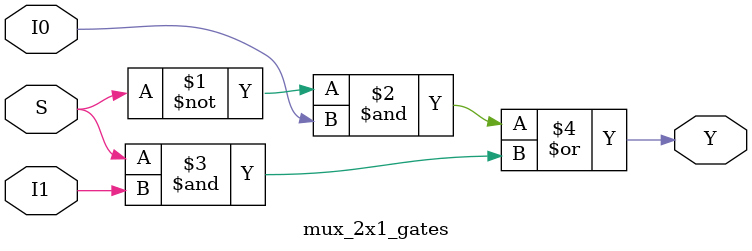
<source format=v>
`timescale 1ns / 1ps



module mux_2x1_gates(
input I0,I1,S,
output Y
    );
    

assign Y= ((~S) & I0) | (S & I1);

endmodule
</source>
